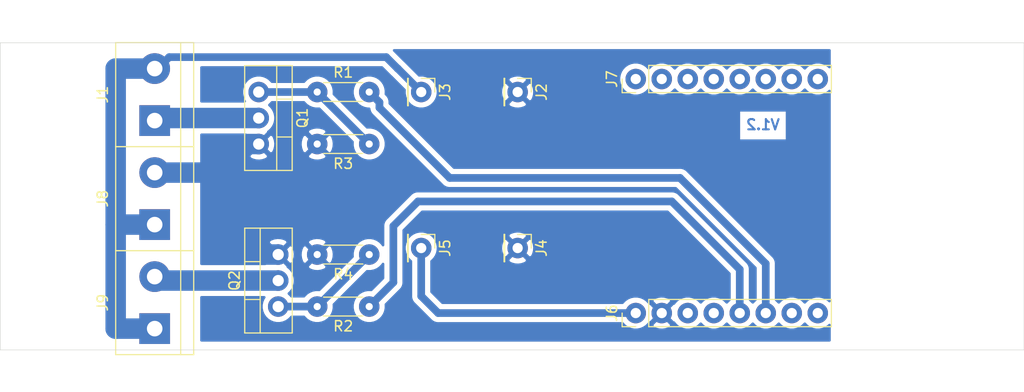
<source format=kicad_pcb>
(kicad_pcb (version 20171130) (host pcbnew "(5.0.2)-1")

  (general
    (thickness 1.6)
    (drawings 5)
    (tracks 42)
    (zones 0)
    (modules 15)
    (nets 10)
  )

  (page User 148.006 210.007)
  (layers
    (0 F.Cu signal)
    (31 B.Cu signal)
    (32 B.Adhes user)
    (33 F.Adhes user)
    (34 B.Paste user)
    (35 F.Paste user)
    (36 B.SilkS user)
    (37 F.SilkS user)
    (38 B.Mask user)
    (39 F.Mask user)
    (40 Dwgs.User user)
    (41 Cmts.User user)
    (42 Eco1.User user)
    (43 Eco2.User user)
    (44 Edge.Cuts user)
    (45 Margin user)
    (46 B.CrtYd user)
    (47 F.CrtYd user)
    (48 B.Fab user)
    (49 F.Fab user)
  )

  (setup
    (last_trace_width 0.25)
    (user_trace_width 0.5)
    (user_trace_width 0.75)
    (user_trace_width 1)
    (user_trace_width 1.5)
    (user_trace_width 2)
    (trace_clearance 0.5)
    (zone_clearance 0.508)
    (zone_45_only no)
    (trace_min 0.2)
    (segment_width 0.2)
    (edge_width 0.05)
    (via_size 0.8)
    (via_drill 0.4)
    (via_min_size 0.4)
    (via_min_drill 0.3)
    (uvia_size 0.3)
    (uvia_drill 0.1)
    (uvias_allowed no)
    (uvia_min_size 0.2)
    (uvia_min_drill 0.1)
    (pcb_text_width 0.3)
    (pcb_text_size 1.5 1.5)
    (mod_edge_width 0.12)
    (mod_text_size 1 1)
    (mod_text_width 0.15)
    (pad_size 2 2)
    (pad_drill 1.1)
    (pad_to_mask_clearance 0)
    (solder_mask_min_width 0.25)
    (aux_axis_origin 0 0)
    (visible_elements 7FFFFFFF)
    (pcbplotparams
      (layerselection 0x00000_fffffffe)
      (usegerberextensions false)
      (usegerberattributes true)
      (usegerberadvancedattributes true)
      (creategerberjobfile true)
      (excludeedgelayer false)
      (linewidth 0.100000)
      (plotframeref false)
      (viasonmask false)
      (mode 1)
      (useauxorigin false)
      (hpglpennumber 1)
      (hpglpenspeed 20)
      (hpglpendiameter 15.000000)
      (psnegative false)
      (psa4output false)
      (plotreference false)
      (plotvalue false)
      (plotinvisibletext false)
      (padsonsilk true)
      (subtractmaskfromsilk false)
      (outputformat 4)
      (mirror false)
      (drillshape 1)
      (scaleselection 1)
      (outputdirectory ""))
  )

  (net 0 "")
  (net 1 /gnd)
  (net 2 /12vdc)
  (net 3 /5vdc)
  (net 4 "Net-(Q1-Pad1)")
  (net 5 "Net-(Q2-Pad1)")
  (net 6 /d1)
  (net 7 /d2)
  (net 8 /led1)
  (net 9 /led2)

  (net_class Default "This is the default net class."
    (clearance 0.5)
    (trace_width 0.25)
    (via_dia 0.8)
    (via_drill 0.4)
    (uvia_dia 0.3)
    (uvia_drill 0.1)
    (add_net /12vdc)
    (add_net /5vdc)
    (add_net /d1)
    (add_net /d2)
    (add_net /gnd)
    (add_net /led1)
    (add_net /led2)
    (add_net "Net-(Q1-Pad1)")
    (add_net "Net-(Q2-Pad1)")
  )

  (module Connector_PinHeader_2.54mm:PinHeader_1x01_P2.54mm_Vertical (layer F.Cu) (tedit 5FFF407E) (tstamp 5FFF3485)
    (at 80.54 35.31 270)
    (descr "Through hole straight pin header, 1x01, 2.54mm pitch, single row")
    (tags "Through hole pin header THT 1x01 2.54mm single row")
    (path /600083E8)
    (fp_text reference J2 (at 0 -2.33 90) (layer F.SilkS)
      (effects (font (size 1 1) (thickness 0.15)))
    )
    (fp_text value Conn_01x01 (at 0 2.33 90) (layer F.Fab)
      (effects (font (size 1 1) (thickness 0.15)))
    )
    (fp_line (start 1.8 -1.8) (end -1.8 -1.8) (layer F.CrtYd) (width 0.05))
    (fp_line (start 1.8 1.8) (end 1.8 -1.8) (layer F.CrtYd) (width 0.05))
    (fp_line (start -1.8 1.8) (end 1.8 1.8) (layer F.CrtYd) (width 0.05))
    (fp_line (start -1.8 -1.8) (end -1.8 1.8) (layer F.CrtYd) (width 0.05))
    (fp_line (start -1.33 -1.33) (end 0 -1.33) (layer F.SilkS) (width 0.12))
    (fp_line (start -1.33 0) (end -1.33 -1.33) (layer F.SilkS) (width 0.12))
    (fp_line (start -1.33 1.27) (end 1.33 1.27) (layer F.SilkS) (width 0.12))
    (fp_line (start 1.33 1.27) (end 1.33 1.33) (layer F.SilkS) (width 0.12))
    (fp_line (start -1.33 1.27) (end -1.33 1.33) (layer F.SilkS) (width 0.12))
    (fp_line (start -1.33 1.33) (end 1.33 1.33) (layer F.SilkS) (width 0.12))
    (fp_line (start -1.27 -0.635) (end -0.635 -1.27) (layer F.Fab) (width 0.1))
    (fp_line (start -1.27 1.27) (end -1.27 -0.635) (layer F.Fab) (width 0.1))
    (fp_line (start 1.27 1.27) (end -1.27 1.27) (layer F.Fab) (width 0.1))
    (fp_line (start 1.27 -1.27) (end 1.27 1.27) (layer F.Fab) (width 0.1))
    (fp_line (start -0.635 -1.27) (end 1.27 -1.27) (layer F.Fab) (width 0.1))
    (fp_text user %R (at 0 0) (layer F.Fab)
      (effects (font (size 1 1) (thickness 0.15)))
    )
    (pad 1 thru_hole circle (at 0 0 270) (size 2 2) (drill 1) (layers *.Cu *.Mask)
      (net 1 /gnd))
    (model ${KISYS3DMOD}/Connector_PinHeader_2.54mm.3dshapes/PinHeader_1x01_P2.54mm_Vertical.wrl
      (at (xyz 0 0 0))
      (scale (xyz 1 1 1))
      (rotate (xyz 0 0 0))
    )
  )

  (module Connector_PinHeader_2.54mm:PinHeader_1x01_P2.54mm_Vertical (layer F.Cu) (tedit 5FFF3F48) (tstamp 5FFF349A)
    (at 71.12 35.31 270)
    (descr "Through hole straight pin header, 1x01, 2.54mm pitch, single row")
    (tags "Through hole pin header THT 1x01 2.54mm single row")
    (path /60008C9C)
    (fp_text reference J3 (at 0 -2.33 90) (layer F.SilkS)
      (effects (font (size 1 1) (thickness 0.15)))
    )
    (fp_text value Conn_01x01 (at 0 2.33 90) (layer F.Fab)
      (effects (font (size 1 1) (thickness 0.15)))
    )
    (fp_line (start 1.8 -1.8) (end -1.8 -1.8) (layer F.CrtYd) (width 0.05))
    (fp_line (start 1.8 1.8) (end 1.8 -1.8) (layer F.CrtYd) (width 0.05))
    (fp_line (start -1.8 1.8) (end 1.8 1.8) (layer F.CrtYd) (width 0.05))
    (fp_line (start -1.8 -1.8) (end -1.8 1.8) (layer F.CrtYd) (width 0.05))
    (fp_line (start -1.33 -1.33) (end 0 -1.33) (layer F.SilkS) (width 0.12))
    (fp_line (start -1.33 0) (end -1.33 -1.33) (layer F.SilkS) (width 0.12))
    (fp_line (start -1.33 1.27) (end 1.33 1.27) (layer F.SilkS) (width 0.12))
    (fp_line (start 1.33 1.27) (end 1.33 1.33) (layer F.SilkS) (width 0.12))
    (fp_line (start -1.33 1.27) (end -1.33 1.33) (layer F.SilkS) (width 0.12))
    (fp_line (start -1.33 1.33) (end 1.33 1.33) (layer F.SilkS) (width 0.12))
    (fp_line (start -1.27 -0.635) (end -0.635 -1.27) (layer F.Fab) (width 0.1))
    (fp_line (start -1.27 1.27) (end -1.27 -0.635) (layer F.Fab) (width 0.1))
    (fp_line (start 1.27 1.27) (end -1.27 1.27) (layer F.Fab) (width 0.1))
    (fp_line (start 1.27 -1.27) (end 1.27 1.27) (layer F.Fab) (width 0.1))
    (fp_line (start -0.635 -1.27) (end 1.27 -1.27) (layer F.Fab) (width 0.1))
    (fp_text user %R (at 0 0) (layer F.Fab)
      (effects (font (size 1 1) (thickness 0.15)))
    )
    (pad 1 thru_hole circle (at 0 0 270) (size 2 2) (drill 1) (layers *.Cu *.Mask)
      (net 2 /12vdc))
    (model ${KISYS3DMOD}/Connector_PinHeader_2.54mm.3dshapes/PinHeader_1x01_P2.54mm_Vertical.wrl
      (at (xyz 0 0 0))
      (scale (xyz 1 1 1))
      (rotate (xyz 0 0 0))
    )
  )

  (module Connector_PinHeader_2.54mm:PinHeader_1x01_P2.54mm_Vertical (layer F.Cu) (tedit 59FED5CC) (tstamp 5FFF34AF)
    (at 80.54 50.55 270)
    (descr "Through hole straight pin header, 1x01, 2.54mm pitch, single row")
    (tags "Through hole pin header THT 1x01 2.54mm single row")
    (path /60009069)
    (fp_text reference J4 (at 0 -2.33 90) (layer F.SilkS)
      (effects (font (size 1 1) (thickness 0.15)))
    )
    (fp_text value Conn_01x01 (at 0 2.33 90) (layer F.Fab)
      (effects (font (size 1 1) (thickness 0.15)))
    )
    (fp_line (start -0.635 -1.27) (end 1.27 -1.27) (layer F.Fab) (width 0.1))
    (fp_line (start 1.27 -1.27) (end 1.27 1.27) (layer F.Fab) (width 0.1))
    (fp_line (start 1.27 1.27) (end -1.27 1.27) (layer F.Fab) (width 0.1))
    (fp_line (start -1.27 1.27) (end -1.27 -0.635) (layer F.Fab) (width 0.1))
    (fp_line (start -1.27 -0.635) (end -0.635 -1.27) (layer F.Fab) (width 0.1))
    (fp_line (start -1.33 1.33) (end 1.33 1.33) (layer F.SilkS) (width 0.12))
    (fp_line (start -1.33 1.27) (end -1.33 1.33) (layer F.SilkS) (width 0.12))
    (fp_line (start 1.33 1.27) (end 1.33 1.33) (layer F.SilkS) (width 0.12))
    (fp_line (start -1.33 1.27) (end 1.33 1.27) (layer F.SilkS) (width 0.12))
    (fp_line (start -1.33 0) (end -1.33 -1.33) (layer F.SilkS) (width 0.12))
    (fp_line (start -1.33 -1.33) (end 0 -1.33) (layer F.SilkS) (width 0.12))
    (fp_line (start -1.8 -1.8) (end -1.8 1.8) (layer F.CrtYd) (width 0.05))
    (fp_line (start -1.8 1.8) (end 1.8 1.8) (layer F.CrtYd) (width 0.05))
    (fp_line (start 1.8 1.8) (end 1.8 -1.8) (layer F.CrtYd) (width 0.05))
    (fp_line (start 1.8 -1.8) (end -1.8 -1.8) (layer F.CrtYd) (width 0.05))
    (fp_text user %R (at 0 0) (layer F.Fab)
      (effects (font (size 1 1) (thickness 0.15)))
    )
    (pad 1 thru_hole circle (at 0 0 270) (size 2 2) (drill 1) (layers *.Cu *.Mask)
      (net 1 /gnd))
    (model ${KISYS3DMOD}/Connector_PinHeader_2.54mm.3dshapes/PinHeader_1x01_P2.54mm_Vertical.wrl
      (at (xyz 0 0 0))
      (scale (xyz 1 1 1))
      (rotate (xyz 0 0 0))
    )
  )

  (module Connector_PinHeader_2.54mm:PinHeader_1x01_P2.54mm_Vertical (layer F.Cu) (tedit 59FED5CC) (tstamp 5FFF34C4)
    (at 71.12 50.55 270)
    (descr "Through hole straight pin header, 1x01, 2.54mm pitch, single row")
    (tags "Through hole pin header THT 1x01 2.54mm single row")
    (path /60008E88)
    (fp_text reference J5 (at 0 -2.33 90) (layer F.SilkS)
      (effects (font (size 1 1) (thickness 0.15)))
    )
    (fp_text value Conn_01x01 (at 0 2.33 90) (layer F.Fab)
      (effects (font (size 1 1) (thickness 0.15)))
    )
    (fp_line (start -0.635 -1.27) (end 1.27 -1.27) (layer F.Fab) (width 0.1))
    (fp_line (start 1.27 -1.27) (end 1.27 1.27) (layer F.Fab) (width 0.1))
    (fp_line (start 1.27 1.27) (end -1.27 1.27) (layer F.Fab) (width 0.1))
    (fp_line (start -1.27 1.27) (end -1.27 -0.635) (layer F.Fab) (width 0.1))
    (fp_line (start -1.27 -0.635) (end -0.635 -1.27) (layer F.Fab) (width 0.1))
    (fp_line (start -1.33 1.33) (end 1.33 1.33) (layer F.SilkS) (width 0.12))
    (fp_line (start -1.33 1.27) (end -1.33 1.33) (layer F.SilkS) (width 0.12))
    (fp_line (start 1.33 1.27) (end 1.33 1.33) (layer F.SilkS) (width 0.12))
    (fp_line (start -1.33 1.27) (end 1.33 1.27) (layer F.SilkS) (width 0.12))
    (fp_line (start -1.33 0) (end -1.33 -1.33) (layer F.SilkS) (width 0.12))
    (fp_line (start -1.33 -1.33) (end 0 -1.33) (layer F.SilkS) (width 0.12))
    (fp_line (start -1.8 -1.8) (end -1.8 1.8) (layer F.CrtYd) (width 0.05))
    (fp_line (start -1.8 1.8) (end 1.8 1.8) (layer F.CrtYd) (width 0.05))
    (fp_line (start 1.8 1.8) (end 1.8 -1.8) (layer F.CrtYd) (width 0.05))
    (fp_line (start 1.8 -1.8) (end -1.8 -1.8) (layer F.CrtYd) (width 0.05))
    (fp_text user %R (at 0 0) (layer F.Fab)
      (effects (font (size 1 1) (thickness 0.15)))
    )
    (pad 1 thru_hole circle (at 0 0 270) (size 2 2) (drill 1) (layers *.Cu *.Mask)
      (net 3 /5vdc))
    (model ${KISYS3DMOD}/Connector_PinHeader_2.54mm.3dshapes/PinHeader_1x01_P2.54mm_Vertical.wrl
      (at (xyz 0 0 0))
      (scale (xyz 1 1 1))
      (rotate (xyz 0 0 0))
    )
  )

  (module Connector_PinHeader_2.54mm:PinHeader_1x08_P2.54mm_Vertical (layer F.Cu) (tedit 5FFF4047) (tstamp 5FFF34E0)
    (at 92.075 56.9 90)
    (descr "Through hole straight pin header, 1x08, 2.54mm pitch, single row")
    (tags "Through hole pin header THT 1x08 2.54mm single row")
    (path /5FFF99DA)
    (fp_text reference J6 (at 0 -2.33 90) (layer F.SilkS)
      (effects (font (size 1 1) (thickness 0.15)))
    )
    (fp_text value Conn_01x08_Female (at 0 20.11 90) (layer F.Fab)
      (effects (font (size 1 1) (thickness 0.15)))
    )
    (fp_line (start 1.8 -1.8) (end -1.8 -1.8) (layer F.CrtYd) (width 0.05))
    (fp_line (start 1.8 19.55) (end 1.8 -1.8) (layer F.CrtYd) (width 0.05))
    (fp_line (start -1.8 19.55) (end 1.8 19.55) (layer F.CrtYd) (width 0.05))
    (fp_line (start -1.8 -1.8) (end -1.8 19.55) (layer F.CrtYd) (width 0.05))
    (fp_line (start -1.33 -1.33) (end 0 -1.33) (layer F.SilkS) (width 0.12))
    (fp_line (start -1.33 0) (end -1.33 -1.33) (layer F.SilkS) (width 0.12))
    (fp_line (start -1.33 1.27) (end 1.33 1.27) (layer F.SilkS) (width 0.12))
    (fp_line (start 1.33 1.27) (end 1.33 19.11) (layer F.SilkS) (width 0.12))
    (fp_line (start -1.33 1.27) (end -1.33 19.11) (layer F.SilkS) (width 0.12))
    (fp_line (start -1.33 19.11) (end 1.33 19.11) (layer F.SilkS) (width 0.12))
    (fp_line (start -1.27 -0.635) (end -0.635 -1.27) (layer F.Fab) (width 0.1))
    (fp_line (start -1.27 19.05) (end -1.27 -0.635) (layer F.Fab) (width 0.1))
    (fp_line (start 1.27 19.05) (end -1.27 19.05) (layer F.Fab) (width 0.1))
    (fp_line (start 1.27 -1.27) (end 1.27 19.05) (layer F.Fab) (width 0.1))
    (fp_line (start -0.635 -1.27) (end 1.27 -1.27) (layer F.Fab) (width 0.1))
    (fp_text user %R (at 0 8.89) (layer F.Fab)
      (effects (font (size 1 1) (thickness 0.15)))
    )
    (pad 8 thru_hole circle (at 0 17.78 90) (size 2 2) (drill 1) (layers *.Cu *.Mask))
    (pad 7 thru_hole circle (at 0 15.24 90) (size 2 2) (drill 1) (layers *.Cu *.Mask))
    (pad 6 thru_hole circle (at 0 12.7 90) (size 2 2) (drill 1) (layers *.Cu *.Mask)
      (net 7 /d2))
    (pad 5 thru_hole circle (at 0 10.16 90) (size 2 2) (drill 1) (layers *.Cu *.Mask)
      (net 6 /d1))
    (pad 4 thru_hole circle (at 0 7.62 90) (size 2 2) (drill 1) (layers *.Cu *.Mask))
    (pad 3 thru_hole circle (at 0 5.08 90) (size 2 2) (drill 1) (layers *.Cu *.Mask))
    (pad 2 thru_hole circle (at 0 2.54 90) (size 2 2) (drill 1) (layers *.Cu *.Mask)
      (net 1 /gnd))
    (pad 1 thru_hole circle (at 0 0 90) (size 2 2) (drill 1) (layers *.Cu *.Mask)
      (net 3 /5vdc))
    (model ${KISYS3DMOD}/Connector_PinHeader_2.54mm.3dshapes/PinHeader_1x08_P2.54mm_Vertical.wrl
      (at (xyz 0 0 0))
      (scale (xyz 1 1 1))
      (rotate (xyz 0 0 0))
    )
  )

  (module Connector_PinHeader_2.54mm:PinHeader_1x08_P2.54mm_Vertical (layer F.Cu) (tedit 5FFF403E) (tstamp 5FFF34FC)
    (at 92.075 34.04 90)
    (descr "Through hole straight pin header, 1x08, 2.54mm pitch, single row")
    (tags "Through hole pin header THT 1x08 2.54mm single row")
    (path /5FFF8014)
    (fp_text reference J7 (at 0 -2.33 90) (layer F.SilkS)
      (effects (font (size 1 1) (thickness 0.15)))
    )
    (fp_text value Conn_01x08_Female (at 0 20.11 90) (layer F.Fab)
      (effects (font (size 1 1) (thickness 0.15)))
    )
    (fp_line (start -0.635 -1.27) (end 1.27 -1.27) (layer F.Fab) (width 0.1))
    (fp_line (start 1.27 -1.27) (end 1.27 19.05) (layer F.Fab) (width 0.1))
    (fp_line (start 1.27 19.05) (end -1.27 19.05) (layer F.Fab) (width 0.1))
    (fp_line (start -1.27 19.05) (end -1.27 -0.635) (layer F.Fab) (width 0.1))
    (fp_line (start -1.27 -0.635) (end -0.635 -1.27) (layer F.Fab) (width 0.1))
    (fp_line (start -1.33 19.11) (end 1.33 19.11) (layer F.SilkS) (width 0.12))
    (fp_line (start -1.33 1.27) (end -1.33 19.11) (layer F.SilkS) (width 0.12))
    (fp_line (start 1.33 1.27) (end 1.33 19.11) (layer F.SilkS) (width 0.12))
    (fp_line (start -1.33 1.27) (end 1.33 1.27) (layer F.SilkS) (width 0.12))
    (fp_line (start -1.33 0) (end -1.33 -1.33) (layer F.SilkS) (width 0.12))
    (fp_line (start -1.33 -1.33) (end 0 -1.33) (layer F.SilkS) (width 0.12))
    (fp_line (start -1.8 -1.8) (end -1.8 19.55) (layer F.CrtYd) (width 0.05))
    (fp_line (start -1.8 19.55) (end 1.8 19.55) (layer F.CrtYd) (width 0.05))
    (fp_line (start 1.8 19.55) (end 1.8 -1.8) (layer F.CrtYd) (width 0.05))
    (fp_line (start 1.8 -1.8) (end -1.8 -1.8) (layer F.CrtYd) (width 0.05))
    (fp_text user %R (at 0 8.89) (layer F.Fab)
      (effects (font (size 1 1) (thickness 0.15)))
    )
    (pad 1 thru_hole circle (at 0 0 90) (size 2 2) (drill 1) (layers *.Cu *.Mask))
    (pad 2 thru_hole circle (at 0 2.54 90) (size 2 2) (drill 1) (layers *.Cu *.Mask))
    (pad 3 thru_hole circle (at 0 5.08 90) (size 2 2) (drill 1) (layers *.Cu *.Mask))
    (pad 4 thru_hole circle (at 0 7.62 90) (size 2 2) (drill 1) (layers *.Cu *.Mask))
    (pad 5 thru_hole circle (at 0 10.16 90) (size 2 2) (drill 1) (layers *.Cu *.Mask))
    (pad 6 thru_hole circle (at 0 12.7 90) (size 2 2) (drill 1) (layers *.Cu *.Mask))
    (pad 7 thru_hole circle (at 0 15.24 90) (size 2 2) (drill 1) (layers *.Cu *.Mask))
    (pad 8 thru_hole circle (at 0 17.78 90) (size 2 2) (drill 1) (layers *.Cu *.Mask))
    (model ${KISYS3DMOD}/Connector_PinHeader_2.54mm.3dshapes/PinHeader_1x08_P2.54mm_Vertical.wrl
      (at (xyz 0 0 0))
      (scale (xyz 1 1 1))
      (rotate (xyz 0 0 0))
    )
  )

  (module Package_TO_SOT_THT:TO-220-3_Vertical (layer F.Cu) (tedit 5FFF408D) (tstamp 5FFF3540)
    (at 55.245 35.31 270)
    (descr "TO-220-3, Vertical, RM 2.54mm, see https://www.vishay.com/docs/66542/to-220-1.pdf")
    (tags "TO-220-3 Vertical RM 2.54mm")
    (path /5FFF5E64)
    (fp_text reference Q1 (at 2.54 -4.27 90) (layer F.SilkS)
      (effects (font (size 1 1) (thickness 0.15)))
    )
    (fp_text value IRLZ44N (at 2.54 2.5 90) (layer F.Fab)
      (effects (font (size 1 1) (thickness 0.15)))
    )
    (fp_line (start -2.46 -3.15) (end -2.46 1.25) (layer F.Fab) (width 0.1))
    (fp_line (start -2.46 1.25) (end 7.54 1.25) (layer F.Fab) (width 0.1))
    (fp_line (start 7.54 1.25) (end 7.54 -3.15) (layer F.Fab) (width 0.1))
    (fp_line (start 7.54 -3.15) (end -2.46 -3.15) (layer F.Fab) (width 0.1))
    (fp_line (start -2.46 -1.88) (end 7.54 -1.88) (layer F.Fab) (width 0.1))
    (fp_line (start 0.69 -3.15) (end 0.69 -1.88) (layer F.Fab) (width 0.1))
    (fp_line (start 4.39 -3.15) (end 4.39 -1.88) (layer F.Fab) (width 0.1))
    (fp_line (start -2.58 -3.27) (end 7.66 -3.27) (layer F.SilkS) (width 0.12))
    (fp_line (start -2.58 1.371) (end 7.66 1.371) (layer F.SilkS) (width 0.12))
    (fp_line (start -2.58 -3.27) (end -2.58 1.371) (layer F.SilkS) (width 0.12))
    (fp_line (start 7.66 -3.27) (end 7.66 1.371) (layer F.SilkS) (width 0.12))
    (fp_line (start -2.58 -1.76) (end 7.66 -1.76) (layer F.SilkS) (width 0.12))
    (fp_line (start 0.69 -3.27) (end 0.69 -1.76) (layer F.SilkS) (width 0.12))
    (fp_line (start 4.391 -3.27) (end 4.391 -1.76) (layer F.SilkS) (width 0.12))
    (fp_line (start -2.71 -3.4) (end -2.71 1.51) (layer F.CrtYd) (width 0.05))
    (fp_line (start -2.71 1.51) (end 7.79 1.51) (layer F.CrtYd) (width 0.05))
    (fp_line (start 7.79 1.51) (end 7.79 -3.4) (layer F.CrtYd) (width 0.05))
    (fp_line (start 7.79 -3.4) (end -2.71 -3.4) (layer F.CrtYd) (width 0.05))
    (fp_text user %R (at 2.54 -4.27 90) (layer F.Fab)
      (effects (font (size 1 1) (thickness 0.15)))
    )
    (pad 1 thru_hole circle (at 0 0 270) (size 2 2) (drill 1.1) (layers *.Cu *.Mask)
      (net 4 "Net-(Q1-Pad1)"))
    (pad 2 thru_hole circle (at 2.54 0 270) (size 2 2) (drill 1.1) (layers *.Cu *.Mask)
      (net 8 /led1))
    (pad 3 thru_hole circle (at 5.08 0 270) (size 2 2) (drill 1.1) (layers *.Cu *.Mask)
      (net 1 /gnd))
    (model ${KISYS3DMOD}/Package_TO_SOT_THT.3dshapes/TO-220-3_Vertical.wrl
      (at (xyz 0 0 0))
      (scale (xyz 1 1 1))
      (rotate (xyz 0 0 0))
    )
  )

  (module Package_TO_SOT_THT:TO-220-3_Vertical (layer F.Cu) (tedit 5AC8BA0D) (tstamp 5FFF355A)
    (at 57.15 56.265 90)
    (descr "TO-220-3, Vertical, RM 2.54mm, see https://www.vishay.com/docs/66542/to-220-1.pdf")
    (tags "TO-220-3 Vertical RM 2.54mm")
    (path /5FFF657F)
    (fp_text reference Q2 (at 2.54 -4.27 90) (layer F.SilkS)
      (effects (font (size 1 1) (thickness 0.15)))
    )
    (fp_text value IRLZ44N (at 2.54 2.5 90) (layer F.Fab)
      (effects (font (size 1 1) (thickness 0.15)))
    )
    (fp_line (start 7.79 -3.4) (end -2.71 -3.4) (layer F.CrtYd) (width 0.05))
    (fp_line (start 7.79 1.51) (end 7.79 -3.4) (layer F.CrtYd) (width 0.05))
    (fp_line (start -2.71 1.51) (end 7.79 1.51) (layer F.CrtYd) (width 0.05))
    (fp_line (start -2.71 -3.4) (end -2.71 1.51) (layer F.CrtYd) (width 0.05))
    (fp_line (start 4.391 -3.27) (end 4.391 -1.76) (layer F.SilkS) (width 0.12))
    (fp_line (start 0.69 -3.27) (end 0.69 -1.76) (layer F.SilkS) (width 0.12))
    (fp_line (start -2.58 -1.76) (end 7.66 -1.76) (layer F.SilkS) (width 0.12))
    (fp_line (start 7.66 -3.27) (end 7.66 1.371) (layer F.SilkS) (width 0.12))
    (fp_line (start -2.58 -3.27) (end -2.58 1.371) (layer F.SilkS) (width 0.12))
    (fp_line (start -2.58 1.371) (end 7.66 1.371) (layer F.SilkS) (width 0.12))
    (fp_line (start -2.58 -3.27) (end 7.66 -3.27) (layer F.SilkS) (width 0.12))
    (fp_line (start 4.39 -3.15) (end 4.39 -1.88) (layer F.Fab) (width 0.1))
    (fp_line (start 0.69 -3.15) (end 0.69 -1.88) (layer F.Fab) (width 0.1))
    (fp_line (start -2.46 -1.88) (end 7.54 -1.88) (layer F.Fab) (width 0.1))
    (fp_line (start 7.54 -3.15) (end -2.46 -3.15) (layer F.Fab) (width 0.1))
    (fp_line (start 7.54 1.25) (end 7.54 -3.15) (layer F.Fab) (width 0.1))
    (fp_line (start -2.46 1.25) (end 7.54 1.25) (layer F.Fab) (width 0.1))
    (fp_line (start -2.46 -3.15) (end -2.46 1.25) (layer F.Fab) (width 0.1))
    (fp_text user %R (at 2.54 -4.27 90) (layer F.Fab)
      (effects (font (size 1 1) (thickness 0.15)))
    )
    (pad 3 thru_hole circle (at 5.08 0 90) (size 2 2) (drill 1.1) (layers *.Cu *.Mask)
      (net 1 /gnd))
    (pad 2 thru_hole circle (at 2.54 0 90) (size 2 2) (drill 1.1) (layers *.Cu *.Mask)
      (net 9 /led2))
    (pad 1 thru_hole circle (at 0 0 90) (size 2 2) (drill 1.1) (layers *.Cu *.Mask)
      (net 5 "Net-(Q2-Pad1)"))
    (model ${KISYS3DMOD}/Package_TO_SOT_THT.3dshapes/TO-220-3_Vertical.wrl
      (at (xyz 0 0 0))
      (scale (xyz 1 1 1))
      (rotate (xyz 0 0 0))
    )
  )

  (module Resistor_THT:R_Axial_DIN0204_L3.6mm_D1.6mm_P5.08mm_Horizontal (layer F.Cu) (tedit 5FFF406A) (tstamp 5FFF356D)
    (at 60.96 35.31)
    (descr "Resistor, Axial_DIN0204 series, Axial, Horizontal, pin pitch=5.08mm, 0.167W, length*diameter=3.6*1.6mm^2, http://cdn-reichelt.de/documents/datenblatt/B400/1_4W%23YAG.pdf")
    (tags "Resistor Axial_DIN0204 series Axial Horizontal pin pitch 5.08mm 0.167W length 3.6mm diameter 1.6mm")
    (path /5FFF73E1)
    (fp_text reference R1 (at 2.54 -1.92) (layer F.SilkS)
      (effects (font (size 1 1) (thickness 0.15)))
    )
    (fp_text value 100 (at 2.54 1.92) (layer F.Fab)
      (effects (font (size 1 1) (thickness 0.15)))
    )
    (fp_line (start 6.03 -1.05) (end -0.95 -1.05) (layer F.CrtYd) (width 0.05))
    (fp_line (start 6.03 1.05) (end 6.03 -1.05) (layer F.CrtYd) (width 0.05))
    (fp_line (start -0.95 1.05) (end 6.03 1.05) (layer F.CrtYd) (width 0.05))
    (fp_line (start -0.95 -1.05) (end -0.95 1.05) (layer F.CrtYd) (width 0.05))
    (fp_line (start 0.62 0.92) (end 4.46 0.92) (layer F.SilkS) (width 0.12))
    (fp_line (start 0.62 -0.92) (end 4.46 -0.92) (layer F.SilkS) (width 0.12))
    (fp_line (start 5.08 0) (end 4.34 0) (layer F.Fab) (width 0.1))
    (fp_line (start 0 0) (end 0.74 0) (layer F.Fab) (width 0.1))
    (fp_line (start 4.34 -0.8) (end 0.74 -0.8) (layer F.Fab) (width 0.1))
    (fp_line (start 4.34 0.8) (end 4.34 -0.8) (layer F.Fab) (width 0.1))
    (fp_line (start 0.74 0.8) (end 4.34 0.8) (layer F.Fab) (width 0.1))
    (fp_line (start 0.74 -0.8) (end 0.74 0.8) (layer F.Fab) (width 0.1))
    (fp_text user %R (at 2.54 0) (layer F.Fab)
      (effects (font (size 0.72 0.72) (thickness 0.108)))
    )
    (pad 2 thru_hole circle (at 5.08 0) (size 2 2) (drill 0.7) (layers *.Cu *.Mask)
      (net 7 /d2))
    (pad 1 thru_hole circle (at 0 0) (size 2 2) (drill 0.7) (layers *.Cu *.Mask)
      (net 4 "Net-(Q1-Pad1)"))
    (model ${KISYS3DMOD}/Resistor_THT.3dshapes/R_Axial_DIN0204_L3.6mm_D1.6mm_P5.08mm_Horizontal.wrl
      (at (xyz 0 0 0))
      (scale (xyz 1 1 1))
      (rotate (xyz 0 0 0))
    )
  )

  (module Resistor_THT:R_Axial_DIN0204_L3.6mm_D1.6mm_P5.08mm_Horizontal (layer F.Cu) (tedit 5AE5139B) (tstamp 5FFF3580)
    (at 66.04 56.265 180)
    (descr "Resistor, Axial_DIN0204 series, Axial, Horizontal, pin pitch=5.08mm, 0.167W, length*diameter=3.6*1.6mm^2, http://cdn-reichelt.de/documents/datenblatt/B400/1_4W%23YAG.pdf")
    (tags "Resistor Axial_DIN0204 series Axial Horizontal pin pitch 5.08mm 0.167W length 3.6mm diameter 1.6mm")
    (path /5FFF7B26)
    (fp_text reference R2 (at 2.54 -1.92) (layer F.SilkS)
      (effects (font (size 1 1) (thickness 0.15)))
    )
    (fp_text value 100 (at 2.54 1.92) (layer F.Fab)
      (effects (font (size 1 1) (thickness 0.15)))
    )
    (fp_line (start 6.03 -1.05) (end -0.95 -1.05) (layer F.CrtYd) (width 0.05))
    (fp_line (start 6.03 1.05) (end 6.03 -1.05) (layer F.CrtYd) (width 0.05))
    (fp_line (start -0.95 1.05) (end 6.03 1.05) (layer F.CrtYd) (width 0.05))
    (fp_line (start -0.95 -1.05) (end -0.95 1.05) (layer F.CrtYd) (width 0.05))
    (fp_line (start 0.62 0.92) (end 4.46 0.92) (layer F.SilkS) (width 0.12))
    (fp_line (start 0.62 -0.92) (end 4.46 -0.92) (layer F.SilkS) (width 0.12))
    (fp_line (start 5.08 0) (end 4.34 0) (layer F.Fab) (width 0.1))
    (fp_line (start 0 0) (end 0.74 0) (layer F.Fab) (width 0.1))
    (fp_line (start 4.34 -0.8) (end 0.74 -0.8) (layer F.Fab) (width 0.1))
    (fp_line (start 4.34 0.8) (end 4.34 -0.8) (layer F.Fab) (width 0.1))
    (fp_line (start 0.74 0.8) (end 4.34 0.8) (layer F.Fab) (width 0.1))
    (fp_line (start 0.74 -0.8) (end 0.74 0.8) (layer F.Fab) (width 0.1))
    (fp_text user %R (at 2.54 0) (layer F.Fab)
      (effects (font (size 0.72 0.72) (thickness 0.108)))
    )
    (pad 2 thru_hole circle (at 5.08 0 180) (size 2 2) (drill 0.7) (layers *.Cu *.Mask)
      (net 5 "Net-(Q2-Pad1)"))
    (pad 1 thru_hole circle (at 0 0 180) (size 2 2) (drill 0.7) (layers *.Cu *.Mask)
      (net 6 /d1))
    (model ${KISYS3DMOD}/Resistor_THT.3dshapes/R_Axial_DIN0204_L3.6mm_D1.6mm_P5.08mm_Horizontal.wrl
      (at (xyz 0 0 0))
      (scale (xyz 1 1 1))
      (rotate (xyz 0 0 0))
    )
  )

  (module Resistor_THT:R_Axial_DIN0204_L3.6mm_D1.6mm_P5.08mm_Horizontal (layer F.Cu) (tedit 5AE5139B) (tstamp 5FFF3593)
    (at 66.04 40.39 180)
    (descr "Resistor, Axial_DIN0204 series, Axial, Horizontal, pin pitch=5.08mm, 0.167W, length*diameter=3.6*1.6mm^2, http://cdn-reichelt.de/documents/datenblatt/B400/1_4W%23YAG.pdf")
    (tags "Resistor Axial_DIN0204 series Axial Horizontal pin pitch 5.08mm 0.167W length 3.6mm diameter 1.6mm")
    (path /5FFF6C12)
    (fp_text reference R3 (at 2.54 -1.92) (layer F.SilkS)
      (effects (font (size 1 1) (thickness 0.15)))
    )
    (fp_text value 10k (at 2.54 1.92) (layer F.Fab)
      (effects (font (size 1 1) (thickness 0.15)))
    )
    (fp_line (start 0.74 -0.8) (end 0.74 0.8) (layer F.Fab) (width 0.1))
    (fp_line (start 0.74 0.8) (end 4.34 0.8) (layer F.Fab) (width 0.1))
    (fp_line (start 4.34 0.8) (end 4.34 -0.8) (layer F.Fab) (width 0.1))
    (fp_line (start 4.34 -0.8) (end 0.74 -0.8) (layer F.Fab) (width 0.1))
    (fp_line (start 0 0) (end 0.74 0) (layer F.Fab) (width 0.1))
    (fp_line (start 5.08 0) (end 4.34 0) (layer F.Fab) (width 0.1))
    (fp_line (start 0.62 -0.92) (end 4.46 -0.92) (layer F.SilkS) (width 0.12))
    (fp_line (start 0.62 0.92) (end 4.46 0.92) (layer F.SilkS) (width 0.12))
    (fp_line (start -0.95 -1.05) (end -0.95 1.05) (layer F.CrtYd) (width 0.05))
    (fp_line (start -0.95 1.05) (end 6.03 1.05) (layer F.CrtYd) (width 0.05))
    (fp_line (start 6.03 1.05) (end 6.03 -1.05) (layer F.CrtYd) (width 0.05))
    (fp_line (start 6.03 -1.05) (end -0.95 -1.05) (layer F.CrtYd) (width 0.05))
    (fp_text user %R (at 2.54 0) (layer F.Fab)
      (effects (font (size 0.72 0.72) (thickness 0.108)))
    )
    (pad 1 thru_hole circle (at 0 0 180) (size 2 2) (drill 0.7) (layers *.Cu *.Mask)
      (net 4 "Net-(Q1-Pad1)"))
    (pad 2 thru_hole circle (at 5.08 0 180) (size 2 2) (drill 0.7) (layers *.Cu *.Mask)
      (net 1 /gnd))
    (model ${KISYS3DMOD}/Resistor_THT.3dshapes/R_Axial_DIN0204_L3.6mm_D1.6mm_P5.08mm_Horizontal.wrl
      (at (xyz 0 0 0))
      (scale (xyz 1 1 1))
      (rotate (xyz 0 0 0))
    )
  )

  (module Resistor_THT:R_Axial_DIN0204_L3.6mm_D1.6mm_P5.08mm_Horizontal (layer F.Cu) (tedit 5AE5139B) (tstamp 5FFF35A6)
    (at 66.04 51.185 180)
    (descr "Resistor, Axial_DIN0204 series, Axial, Horizontal, pin pitch=5.08mm, 0.167W, length*diameter=3.6*1.6mm^2, http://cdn-reichelt.de/documents/datenblatt/B400/1_4W%23YAG.pdf")
    (tags "Resistor Axial_DIN0204 series Axial Horizontal pin pitch 5.08mm 0.167W length 3.6mm diameter 1.6mm")
    (path /5FFF760A)
    (fp_text reference R4 (at 2.54 -1.92) (layer F.SilkS)
      (effects (font (size 1 1) (thickness 0.15)))
    )
    (fp_text value 10k (at 2.54 1.92) (layer F.Fab)
      (effects (font (size 1 1) (thickness 0.15)))
    )
    (fp_line (start 0.74 -0.8) (end 0.74 0.8) (layer F.Fab) (width 0.1))
    (fp_line (start 0.74 0.8) (end 4.34 0.8) (layer F.Fab) (width 0.1))
    (fp_line (start 4.34 0.8) (end 4.34 -0.8) (layer F.Fab) (width 0.1))
    (fp_line (start 4.34 -0.8) (end 0.74 -0.8) (layer F.Fab) (width 0.1))
    (fp_line (start 0 0) (end 0.74 0) (layer F.Fab) (width 0.1))
    (fp_line (start 5.08 0) (end 4.34 0) (layer F.Fab) (width 0.1))
    (fp_line (start 0.62 -0.92) (end 4.46 -0.92) (layer F.SilkS) (width 0.12))
    (fp_line (start 0.62 0.92) (end 4.46 0.92) (layer F.SilkS) (width 0.12))
    (fp_line (start -0.95 -1.05) (end -0.95 1.05) (layer F.CrtYd) (width 0.05))
    (fp_line (start -0.95 1.05) (end 6.03 1.05) (layer F.CrtYd) (width 0.05))
    (fp_line (start 6.03 1.05) (end 6.03 -1.05) (layer F.CrtYd) (width 0.05))
    (fp_line (start 6.03 -1.05) (end -0.95 -1.05) (layer F.CrtYd) (width 0.05))
    (fp_text user %R (at 2.54 0) (layer F.Fab)
      (effects (font (size 0.72 0.72) (thickness 0.108)))
    )
    (pad 1 thru_hole circle (at 0 0 180) (size 2 2) (drill 0.7) (layers *.Cu *.Mask)
      (net 5 "Net-(Q2-Pad1)"))
    (pad 2 thru_hole circle (at 5.08 0 180) (size 2 2) (drill 0.7) (layers *.Cu *.Mask)
      (net 1 /gnd))
    (model ${KISYS3DMOD}/Resistor_THT.3dshapes/R_Axial_DIN0204_L3.6mm_D1.6mm_P5.08mm_Horizontal.wrl
      (at (xyz 0 0 0))
      (scale (xyz 1 1 1))
      (rotate (xyz 0 0 0))
    )
  )

  (module TerminalBlock:TerminalBlock_bornier-2_P5.08mm (layer F.Cu) (tedit 59FF03AB) (tstamp 601435B9)
    (at 45.085 38.1 90)
    (descr "simple 2-pin terminal block, pitch 5.08mm, revamped version of bornier2")
    (tags "terminal block bornier2")
    (path /6014457F)
    (fp_text reference J1 (at 2.54 -5.08 90) (layer F.SilkS)
      (effects (font (size 1 1) (thickness 0.15)))
    )
    (fp_text value Screw_Terminal_01x02 (at 2.54 5.08 90) (layer F.Fab)
      (effects (font (size 1 1) (thickness 0.15)))
    )
    (fp_line (start 7.79 4) (end -2.71 4) (layer F.CrtYd) (width 0.05))
    (fp_line (start 7.79 4) (end 7.79 -4) (layer F.CrtYd) (width 0.05))
    (fp_line (start -2.71 -4) (end -2.71 4) (layer F.CrtYd) (width 0.05))
    (fp_line (start -2.71 -4) (end 7.79 -4) (layer F.CrtYd) (width 0.05))
    (fp_line (start -2.54 3.81) (end 7.62 3.81) (layer F.SilkS) (width 0.12))
    (fp_line (start -2.54 -3.81) (end -2.54 3.81) (layer F.SilkS) (width 0.12))
    (fp_line (start 7.62 -3.81) (end -2.54 -3.81) (layer F.SilkS) (width 0.12))
    (fp_line (start 7.62 3.81) (end 7.62 -3.81) (layer F.SilkS) (width 0.12))
    (fp_line (start 7.62 2.54) (end -2.54 2.54) (layer F.SilkS) (width 0.12))
    (fp_line (start 7.54 -3.75) (end -2.46 -3.75) (layer F.Fab) (width 0.1))
    (fp_line (start 7.54 3.75) (end 7.54 -3.75) (layer F.Fab) (width 0.1))
    (fp_line (start -2.46 3.75) (end 7.54 3.75) (layer F.Fab) (width 0.1))
    (fp_line (start -2.46 -3.75) (end -2.46 3.75) (layer F.Fab) (width 0.1))
    (fp_line (start -2.41 2.55) (end 7.49 2.55) (layer F.Fab) (width 0.1))
    (fp_text user %R (at 2.54 0 90) (layer F.Fab)
      (effects (font (size 1 1) (thickness 0.15)))
    )
    (pad 1 thru_hole rect (at 0 0 90) (size 3 3) (drill 1.52) (layers *.Cu *.Mask)
      (net 8 /led1))
    (pad 2 thru_hole circle (at 5.08 0 90) (size 3 3) (drill 1.52) (layers *.Cu *.Mask)
      (net 2 /12vdc))
    (model ${KISYS3DMOD}/TerminalBlock.3dshapes/TerminalBlock_bornier-2_P5.08mm.wrl
      (offset (xyz 2.539999961853027 0 0))
      (scale (xyz 1 1 1))
      (rotate (xyz 0 0 0))
    )
  )

  (module TerminalBlock:TerminalBlock_bornier-2_P5.08mm (layer F.Cu) (tedit 59FF03AB) (tstamp 601435CE)
    (at 45.085 48.26 90)
    (descr "simple 2-pin terminal block, pitch 5.08mm, revamped version of bornier2")
    (tags "terminal block bornier2")
    (path /60146C04)
    (fp_text reference J8 (at 2.54 -5.08 90) (layer F.SilkS)
      (effects (font (size 1 1) (thickness 0.15)))
    )
    (fp_text value Screw_Terminal_01x02 (at 2.54 5.08 90) (layer F.Fab)
      (effects (font (size 1 1) (thickness 0.15)))
    )
    (fp_text user %R (at 2.54 0 90) (layer F.Fab)
      (effects (font (size 1 1) (thickness 0.15)))
    )
    (fp_line (start -2.41 2.55) (end 7.49 2.55) (layer F.Fab) (width 0.1))
    (fp_line (start -2.46 -3.75) (end -2.46 3.75) (layer F.Fab) (width 0.1))
    (fp_line (start -2.46 3.75) (end 7.54 3.75) (layer F.Fab) (width 0.1))
    (fp_line (start 7.54 3.75) (end 7.54 -3.75) (layer F.Fab) (width 0.1))
    (fp_line (start 7.54 -3.75) (end -2.46 -3.75) (layer F.Fab) (width 0.1))
    (fp_line (start 7.62 2.54) (end -2.54 2.54) (layer F.SilkS) (width 0.12))
    (fp_line (start 7.62 3.81) (end 7.62 -3.81) (layer F.SilkS) (width 0.12))
    (fp_line (start 7.62 -3.81) (end -2.54 -3.81) (layer F.SilkS) (width 0.12))
    (fp_line (start -2.54 -3.81) (end -2.54 3.81) (layer F.SilkS) (width 0.12))
    (fp_line (start -2.54 3.81) (end 7.62 3.81) (layer F.SilkS) (width 0.12))
    (fp_line (start -2.71 -4) (end 7.79 -4) (layer F.CrtYd) (width 0.05))
    (fp_line (start -2.71 -4) (end -2.71 4) (layer F.CrtYd) (width 0.05))
    (fp_line (start 7.79 4) (end 7.79 -4) (layer F.CrtYd) (width 0.05))
    (fp_line (start 7.79 4) (end -2.71 4) (layer F.CrtYd) (width 0.05))
    (pad 2 thru_hole circle (at 5.08 0 90) (size 3 3) (drill 1.52) (layers *.Cu *.Mask)
      (net 1 /gnd))
    (pad 1 thru_hole rect (at 0 0 90) (size 3 3) (drill 1.52) (layers *.Cu *.Mask)
      (net 2 /12vdc))
    (model ${KISYS3DMOD}/TerminalBlock.3dshapes/TerminalBlock_bornier-2_P5.08mm.wrl
      (offset (xyz 2.539999961853027 0 0))
      (scale (xyz 1 1 1))
      (rotate (xyz 0 0 0))
    )
  )

  (module TerminalBlock:TerminalBlock_bornier-2_P5.08mm (layer F.Cu) (tedit 59FF03AB) (tstamp 601435E3)
    (at 45.085 58.42 90)
    (descr "simple 2-pin terminal block, pitch 5.08mm, revamped version of bornier2")
    (tags "terminal block bornier2")
    (path /601470D2)
    (fp_text reference J9 (at 2.54 -5.08 90) (layer F.SilkS)
      (effects (font (size 1 1) (thickness 0.15)))
    )
    (fp_text value Screw_Terminal_01x02 (at 2.54 5.08 90) (layer F.Fab)
      (effects (font (size 1 1) (thickness 0.15)))
    )
    (fp_line (start 7.79 4) (end -2.71 4) (layer F.CrtYd) (width 0.05))
    (fp_line (start 7.79 4) (end 7.79 -4) (layer F.CrtYd) (width 0.05))
    (fp_line (start -2.71 -4) (end -2.71 4) (layer F.CrtYd) (width 0.05))
    (fp_line (start -2.71 -4) (end 7.79 -4) (layer F.CrtYd) (width 0.05))
    (fp_line (start -2.54 3.81) (end 7.62 3.81) (layer F.SilkS) (width 0.12))
    (fp_line (start -2.54 -3.81) (end -2.54 3.81) (layer F.SilkS) (width 0.12))
    (fp_line (start 7.62 -3.81) (end -2.54 -3.81) (layer F.SilkS) (width 0.12))
    (fp_line (start 7.62 3.81) (end 7.62 -3.81) (layer F.SilkS) (width 0.12))
    (fp_line (start 7.62 2.54) (end -2.54 2.54) (layer F.SilkS) (width 0.12))
    (fp_line (start 7.54 -3.75) (end -2.46 -3.75) (layer F.Fab) (width 0.1))
    (fp_line (start 7.54 3.75) (end 7.54 -3.75) (layer F.Fab) (width 0.1))
    (fp_line (start -2.46 3.75) (end 7.54 3.75) (layer F.Fab) (width 0.1))
    (fp_line (start -2.46 -3.75) (end -2.46 3.75) (layer F.Fab) (width 0.1))
    (fp_line (start -2.41 2.55) (end 7.49 2.55) (layer F.Fab) (width 0.1))
    (fp_text user %R (at 2.54 0 90) (layer F.Fab)
      (effects (font (size 1 1) (thickness 0.15)))
    )
    (pad 1 thru_hole rect (at 0 0 90) (size 3 3) (drill 1.52) (layers *.Cu *.Mask)
      (net 2 /12vdc))
    (pad 2 thru_hole circle (at 5.08 0 90) (size 3 3) (drill 1.52) (layers *.Cu *.Mask)
      (net 9 /led2))
    (model ${KISYS3DMOD}/TerminalBlock.3dshapes/TerminalBlock_bornier-2_P5.08mm.wrl
      (offset (xyz 2.539999961853027 0 0))
      (scale (xyz 1 1 1))
      (rotate (xyz 0 0 0))
    )
  )

  (gr_text V1.2 (at 104.5 38.5) (layer B.Cu)
    (effects (font (size 1 1) (thickness 0.2)) (justify mirror))
  )
  (gr_line (start 130 30.5) (end 30 30.5) (layer Edge.Cuts) (width 0.05) (tstamp 5FFF395C))
  (gr_line (start 130 60.5) (end 130 30.5) (layer Edge.Cuts) (width 0.05))
  (gr_line (start 30 60.5) (end 130 60.5) (layer Edge.Cuts) (width 0.05))
  (gr_line (start 30 30.5) (end 30 60.5) (layer Edge.Cuts) (width 0.05))

  (segment (start 55.245 40.39) (end 51.435 40.39) (width 2) (layer B.Cu) (net 1) (status 10))
  (segment (start 51.435 40.39) (end 51.435 42.93) (width 2) (layer B.Cu) (net 1))
  (segment (start 51.435 51.185) (end 57.15 51.185) (width 2) (layer B.Cu) (net 1) (status 20))
  (segment (start 51.54 48.115) (end 51.435 48.01) (width 0.75) (layer B.Cu) (net 1))
  (segment (start 51.435 48.01) (end 51.435 51.185) (width 2) (layer B.Cu) (net 1))
  (segment (start 51.435 42.93) (end 51.435 48.01) (width 2) (layer B.Cu) (net 1))
  (segment (start 51.185 43.18) (end 51.435 42.93) (width 2) (layer B.Cu) (net 1))
  (segment (start 45.085 43.18) (end 51.185 43.18) (width 2) (layer B.Cu) (net 1))
  (segment (start 45.085 33.02) (end 41.275 33.02) (width 2) (layer B.Cu) (net 2))
  (segment (start 41.275 33.02) (end 41.275 48.26) (width 2) (layer B.Cu) (net 2))
  (segment (start 41.275 48.26) (end 45.085 48.26) (width 2) (layer B.Cu) (net 2))
  (segment (start 41.275 48.26) (end 41.275 58.42) (width 2) (layer B.Cu) (net 2))
  (segment (start 41.275 58.42) (end 45.085 58.42) (width 2) (layer B.Cu) (net 2))
  (segment (start 45.38 33.02) (end 45.085 33.02) (width 0.75) (layer B.Cu) (net 2))
  (segment (start 68.83 33.02) (end 68.82 33.02) (width 0.75) (layer B.Cu) (net 2))
  (segment (start 71.12 35.31) (end 68.83 33.02) (width 0.75) (layer B.Cu) (net 2))
  (segment (start 68.82 33.02) (end 67.7 31.9) (width 0.75) (layer B.Cu) (net 2))
  (segment (start 67.7 31.9) (end 46.5 31.9) (width 0.75) (layer B.Cu) (net 2))
  (segment (start 46.5 31.9) (end 45.38 33.02) (width 0.75) (layer B.Cu) (net 2))
  (segment (start 92.075 56.9) (end 72.775 56.9) (width 0.75) (layer B.Cu) (net 3) (status 10))
  (segment (start 71.12 55.245) (end 71.12 50.55) (width 0.75) (layer B.Cu) (net 3) (status 20))
  (segment (start 72.775 56.9) (end 71.12 55.245) (width 0.75) (layer B.Cu) (net 3))
  (segment (start 60.96 35.31) (end 55.245 35.31) (width 0.75) (layer B.Cu) (net 4) (status 30))
  (segment (start 66.04 40.39) (end 60.96 35.31) (width 0.75) (layer B.Cu) (net 4) (status 30))
  (segment (start 66.04 51.185) (end 60.96 56.265) (width 0.75) (layer B.Cu) (net 5) (status 30))
  (segment (start 60.96 56.265) (end 57.15 56.265) (width 0.75) (layer B.Cu) (net 5) (status 30))
  (segment (start 102.235 52.635) (end 102.235 56.9) (width 0.75) (layer B.Cu) (net 6))
  (segment (start 95.6 46) (end 102.235 52.635) (width 0.75) (layer B.Cu) (net 6))
  (segment (start 70.8 46) (end 95.6 46) (width 0.75) (layer B.Cu) (net 6))
  (segment (start 68.4 48.4) (end 70.8 46) (width 0.75) (layer B.Cu) (net 6))
  (segment (start 66.04 56.265) (end 68.4 53.905) (width 0.75) (layer B.Cu) (net 6))
  (segment (start 68.4 53.905) (end 68.4 48.4) (width 0.75) (layer B.Cu) (net 6))
  (segment (start 104.775 52.075) (end 104.775 56.9) (width 0.75) (layer B.Cu) (net 7))
  (segment (start 96.4 43.7) (end 104.775 52.075) (width 0.75) (layer B.Cu) (net 7))
  (segment (start 73.9 43.7) (end 96.4 43.7) (width 0.75) (layer B.Cu) (net 7))
  (segment (start 67.039999 36.839999) (end 73.9 43.7) (width 0.75) (layer B.Cu) (net 7))
  (segment (start 66.04 35.31) (end 67.039999 36.309999) (width 0.75) (layer B.Cu) (net 7))
  (segment (start 67.039999 36.309999) (end 67.039999 36.839999) (width 0.75) (layer B.Cu) (net 7))
  (segment (start 45.335 37.85) (end 55.245 37.85) (width 2) (layer B.Cu) (net 8))
  (segment (start 45.085 38.1) (end 45.335 37.85) (width 2) (layer B.Cu) (net 8))
  (segment (start 45.47 53.725) (end 57.15 53.725) (width 2) (layer B.Cu) (net 9))
  (segment (start 45.085 53.34) (end 45.47 53.725) (width 2) (layer B.Cu) (net 9))

  (zone (net 1) (net_name /gnd) (layer B.Cu) (tstamp 60147252) (hatch edge 0.508)
    (connect_pads (clearance 0.508))
    (min_thickness 0.254)
    (fill yes (arc_segments 32) (thermal_gap 0.508) (thermal_bridge_width 0.508))
    (polygon
      (pts
        (xy 111.125 59.69) (xy 49.53 59.69) (xy 49.53 31.115) (xy 111.125 31.115)
      )
    )
    (filled_polygon
      (pts
        (xy 101.225 53.053356) (xy 101.225001 55.608462) (xy 101.192748 55.630013) (xy 100.965013 55.857748) (xy 100.965 55.857767)
        (xy 100.964987 55.857748) (xy 100.737252 55.630013) (xy 100.469463 55.451082) (xy 100.171912 55.327832) (xy 99.856033 55.265)
        (xy 99.533967 55.265) (xy 99.218088 55.327832) (xy 98.920537 55.451082) (xy 98.652748 55.630013) (xy 98.425013 55.857748)
        (xy 98.425 55.857767) (xy 98.424987 55.857748) (xy 98.197252 55.630013) (xy 97.929463 55.451082) (xy 97.631912 55.327832)
        (xy 97.316033 55.265) (xy 96.993967 55.265) (xy 96.678088 55.327832) (xy 96.380537 55.451082) (xy 96.112748 55.630013)
        (xy 95.885013 55.857748) (xy 95.81228 55.9666) (xy 95.750413 55.944192) (xy 94.794605 56.9) (xy 95.750413 57.855808)
        (xy 95.81228 57.8334) (xy 95.885013 57.942252) (xy 96.112748 58.169987) (xy 96.380537 58.348918) (xy 96.678088 58.472168)
        (xy 96.993967 58.535) (xy 97.316033 58.535) (xy 97.631912 58.472168) (xy 97.929463 58.348918) (xy 98.197252 58.169987)
        (xy 98.424987 57.942252) (xy 98.425 57.942233) (xy 98.425013 57.942252) (xy 98.652748 58.169987) (xy 98.920537 58.348918)
        (xy 99.218088 58.472168) (xy 99.533967 58.535) (xy 99.856033 58.535) (xy 100.171912 58.472168) (xy 100.469463 58.348918)
        (xy 100.737252 58.169987) (xy 100.964987 57.942252) (xy 100.965 57.942233) (xy 100.965013 57.942252) (xy 101.192748 58.169987)
        (xy 101.460537 58.348918) (xy 101.758088 58.472168) (xy 102.073967 58.535) (xy 102.396033 58.535) (xy 102.711912 58.472168)
        (xy 103.009463 58.348918) (xy 103.277252 58.169987) (xy 103.504987 57.942252) (xy 103.505 57.942233) (xy 103.505013 57.942252)
        (xy 103.732748 58.169987) (xy 104.000537 58.348918) (xy 104.298088 58.472168) (xy 104.613967 58.535) (xy 104.936033 58.535)
        (xy 105.251912 58.472168) (xy 105.549463 58.348918) (xy 105.817252 58.169987) (xy 106.044987 57.942252) (xy 106.045 57.942233)
        (xy 106.045013 57.942252) (xy 106.272748 58.169987) (xy 106.540537 58.348918) (xy 106.838088 58.472168) (xy 107.153967 58.535)
        (xy 107.476033 58.535) (xy 107.791912 58.472168) (xy 108.089463 58.348918) (xy 108.357252 58.169987) (xy 108.584987 57.942252)
        (xy 108.585 57.942233) (xy 108.585013 57.942252) (xy 108.812748 58.169987) (xy 109.080537 58.348918) (xy 109.378088 58.472168)
        (xy 109.693967 58.535) (xy 110.016033 58.535) (xy 110.331912 58.472168) (xy 110.629463 58.348918) (xy 110.897252 58.169987)
        (xy 110.998 58.069239) (xy 110.998 59.563) (xy 49.657 59.563) (xy 49.657 55.36) (xy 55.788304 55.36)
        (xy 55.701082 55.490537) (xy 55.577832 55.788088) (xy 55.515 56.103967) (xy 55.515 56.426033) (xy 55.577832 56.741912)
        (xy 55.701082 57.039463) (xy 55.880013 57.307252) (xy 56.107748 57.534987) (xy 56.375537 57.713918) (xy 56.673088 57.837168)
        (xy 56.988967 57.9) (xy 57.311033 57.9) (xy 57.626912 57.837168) (xy 57.924463 57.713918) (xy 58.192252 57.534987)
        (xy 58.419987 57.307252) (xy 58.441537 57.275) (xy 59.668463 57.275) (xy 59.690013 57.307252) (xy 59.917748 57.534987)
        (xy 60.185537 57.713918) (xy 60.483088 57.837168) (xy 60.798967 57.9) (xy 61.121033 57.9) (xy 61.436912 57.837168)
        (xy 61.734463 57.713918) (xy 62.002252 57.534987) (xy 62.229987 57.307252) (xy 62.408918 57.039463) (xy 62.532168 56.741912)
        (xy 62.595 56.426033) (xy 62.595 56.103967) (xy 62.587433 56.065923) (xy 65.840923 52.812433) (xy 65.878967 52.82)
        (xy 66.201033 52.82) (xy 66.516912 52.757168) (xy 66.814463 52.633918) (xy 67.082252 52.454987) (xy 67.309987 52.227252)
        (xy 67.39 52.107504) (xy 67.39 53.486645) (xy 66.239078 54.637567) (xy 66.201033 54.63) (xy 65.878967 54.63)
        (xy 65.563088 54.692832) (xy 65.265537 54.816082) (xy 64.997748 54.995013) (xy 64.770013 55.222748) (xy 64.591082 55.490537)
        (xy 64.467832 55.788088) (xy 64.405 56.103967) (xy 64.405 56.426033) (xy 64.467832 56.741912) (xy 64.591082 57.039463)
        (xy 64.770013 57.307252) (xy 64.997748 57.534987) (xy 65.265537 57.713918) (xy 65.563088 57.837168) (xy 65.878967 57.9)
        (xy 66.201033 57.9) (xy 66.516912 57.837168) (xy 66.814463 57.713918) (xy 67.082252 57.534987) (xy 67.309987 57.307252)
        (xy 67.488918 57.039463) (xy 67.612168 56.741912) (xy 67.675 56.426033) (xy 67.675 56.103967) (xy 67.667433 56.065922)
        (xy 69.079094 54.654261) (xy 69.117633 54.622633) (xy 69.243847 54.46884) (xy 69.337632 54.29338) (xy 69.395385 54.102994)
        (xy 69.41 53.954608) (xy 69.41 53.954607) (xy 69.414886 53.905001) (xy 69.41 53.855393) (xy 69.41 50.388967)
        (xy 69.485 50.388967) (xy 69.485 50.711033) (xy 69.547832 51.026912) (xy 69.671082 51.324463) (xy 69.850013 51.592252)
        (xy 70.077748 51.819987) (xy 70.110001 51.841538) (xy 70.11 55.195392) (xy 70.105114 55.245) (xy 70.124615 55.442994)
        (xy 70.167966 55.585901) (xy 70.182368 55.633379) (xy 70.276153 55.80884) (xy 70.402367 55.962633) (xy 70.440906 55.994261)
        (xy 72.025744 57.579099) (xy 72.057367 57.617633) (xy 72.21116 57.743847) (xy 72.38662 57.837632) (xy 72.577006 57.895385)
        (xy 72.725392 57.91) (xy 72.725394 57.91) (xy 72.774999 57.914886) (xy 72.824604 57.91) (xy 90.783463 57.91)
        (xy 90.805013 57.942252) (xy 91.032748 58.169987) (xy 91.300537 58.348918) (xy 91.598088 58.472168) (xy 91.913967 58.535)
        (xy 92.236033 58.535) (xy 92.551912 58.472168) (xy 92.849463 58.348918) (xy 93.117252 58.169987) (xy 93.251826 58.035413)
        (xy 93.659192 58.035413) (xy 93.754956 58.299814) (xy 94.044571 58.440704) (xy 94.356108 58.522384) (xy 94.677595 58.541718)
        (xy 94.996675 58.497961) (xy 95.301088 58.392795) (xy 95.475044 58.299814) (xy 95.570808 58.035413) (xy 94.615 57.079605)
        (xy 93.659192 58.035413) (xy 93.251826 58.035413) (xy 93.344987 57.942252) (xy 93.41772 57.8334) (xy 93.479587 57.855808)
        (xy 94.435395 56.9) (xy 93.479587 55.944192) (xy 93.41772 55.9666) (xy 93.344987 55.857748) (xy 93.251826 55.764587)
        (xy 93.659192 55.764587) (xy 94.615 56.720395) (xy 95.570808 55.764587) (xy 95.475044 55.500186) (xy 95.185429 55.359296)
        (xy 94.873892 55.277616) (xy 94.552405 55.258282) (xy 94.233325 55.302039) (xy 93.928912 55.407205) (xy 93.754956 55.500186)
        (xy 93.659192 55.764587) (xy 93.251826 55.764587) (xy 93.117252 55.630013) (xy 92.849463 55.451082) (xy 92.551912 55.327832)
        (xy 92.236033 55.265) (xy 91.913967 55.265) (xy 91.598088 55.327832) (xy 91.300537 55.451082) (xy 91.032748 55.630013)
        (xy 90.805013 55.857748) (xy 90.783463 55.89) (xy 73.193356 55.89) (xy 72.13 54.826645) (xy 72.13 51.841537)
        (xy 72.162252 51.819987) (xy 72.296826 51.685413) (xy 79.584192 51.685413) (xy 79.679956 51.949814) (xy 79.969571 52.090704)
        (xy 80.281108 52.172384) (xy 80.602595 52.191718) (xy 80.921675 52.147961) (xy 81.226088 52.042795) (xy 81.400044 51.949814)
        (xy 81.495808 51.685413) (xy 80.54 50.729605) (xy 79.584192 51.685413) (xy 72.296826 51.685413) (xy 72.389987 51.592252)
        (xy 72.568918 51.324463) (xy 72.692168 51.026912) (xy 72.755 50.711033) (xy 72.755 50.612595) (xy 78.898282 50.612595)
        (xy 78.942039 50.931675) (xy 79.047205 51.236088) (xy 79.140186 51.410044) (xy 79.404587 51.505808) (xy 80.360395 50.55)
        (xy 80.719605 50.55) (xy 81.675413 51.505808) (xy 81.939814 51.410044) (xy 82.080704 51.120429) (xy 82.162384 50.808892)
        (xy 82.181718 50.487405) (xy 82.137961 50.168325) (xy 82.032795 49.863912) (xy 81.939814 49.689956) (xy 81.675413 49.594192)
        (xy 80.719605 50.55) (xy 80.360395 50.55) (xy 79.404587 49.594192) (xy 79.140186 49.689956) (xy 78.999296 49.979571)
        (xy 78.917616 50.291108) (xy 78.898282 50.612595) (xy 72.755 50.612595) (xy 72.755 50.388967) (xy 72.692168 50.073088)
        (xy 72.568918 49.775537) (xy 72.389987 49.507748) (xy 72.296826 49.414587) (xy 79.584192 49.414587) (xy 80.54 50.370395)
        (xy 81.495808 49.414587) (xy 81.400044 49.150186) (xy 81.110429 49.009296) (xy 80.798892 48.927616) (xy 80.477405 48.908282)
        (xy 80.158325 48.952039) (xy 79.853912 49.057205) (xy 79.679956 49.150186) (xy 79.584192 49.414587) (xy 72.296826 49.414587)
        (xy 72.162252 49.280013) (xy 71.894463 49.101082) (xy 71.596912 48.977832) (xy 71.281033 48.915) (xy 70.958967 48.915)
        (xy 70.643088 48.977832) (xy 70.345537 49.101082) (xy 70.077748 49.280013) (xy 69.850013 49.507748) (xy 69.671082 49.775537)
        (xy 69.547832 50.073088) (xy 69.485 50.388967) (xy 69.41 50.388967) (xy 69.41 48.818355) (xy 71.218356 47.01)
        (xy 95.181645 47.01)
      )
    )
    (filled_polygon
      (pts
        (xy 110.998 32.870761) (xy 110.897252 32.770013) (xy 110.629463 32.591082) (xy 110.331912 32.467832) (xy 110.016033 32.405)
        (xy 109.693967 32.405) (xy 109.378088 32.467832) (xy 109.080537 32.591082) (xy 108.812748 32.770013) (xy 108.585013 32.997748)
        (xy 108.585 32.997767) (xy 108.584987 32.997748) (xy 108.357252 32.770013) (xy 108.089463 32.591082) (xy 107.791912 32.467832)
        (xy 107.476033 32.405) (xy 107.153967 32.405) (xy 106.838088 32.467832) (xy 106.540537 32.591082) (xy 106.272748 32.770013)
        (xy 106.045013 32.997748) (xy 106.045 32.997767) (xy 106.044987 32.997748) (xy 105.817252 32.770013) (xy 105.549463 32.591082)
        (xy 105.251912 32.467832) (xy 104.936033 32.405) (xy 104.613967 32.405) (xy 104.298088 32.467832) (xy 104.000537 32.591082)
        (xy 103.732748 32.770013) (xy 103.505013 32.997748) (xy 103.505 32.997767) (xy 103.504987 32.997748) (xy 103.277252 32.770013)
        (xy 103.009463 32.591082) (xy 102.711912 32.467832) (xy 102.396033 32.405) (xy 102.073967 32.405) (xy 101.758088 32.467832)
        (xy 101.460537 32.591082) (xy 101.192748 32.770013) (xy 100.965013 32.997748) (xy 100.965 32.997767) (xy 100.964987 32.997748)
        (xy 100.737252 32.770013) (xy 100.469463 32.591082) (xy 100.171912 32.467832) (xy 99.856033 32.405) (xy 99.533967 32.405)
        (xy 99.218088 32.467832) (xy 98.920537 32.591082) (xy 98.652748 32.770013) (xy 98.425013 32.997748) (xy 98.425 32.997767)
        (xy 98.424987 32.997748) (xy 98.197252 32.770013) (xy 97.929463 32.591082) (xy 97.631912 32.467832) (xy 97.316033 32.405)
        (xy 96.993967 32.405) (xy 96.678088 32.467832) (xy 96.380537 32.591082) (xy 96.112748 32.770013) (xy 95.885013 32.997748)
        (xy 95.885 32.997767) (xy 95.884987 32.997748) (xy 95.657252 32.770013) (xy 95.389463 32.591082) (xy 95.091912 32.467832)
        (xy 94.776033 32.405) (xy 94.453967 32.405) (xy 94.138088 32.467832) (xy 93.840537 32.591082) (xy 93.572748 32.770013)
        (xy 93.345013 32.997748) (xy 93.345 32.997767) (xy 93.344987 32.997748) (xy 93.117252 32.770013) (xy 92.849463 32.591082)
        (xy 92.551912 32.467832) (xy 92.236033 32.405) (xy 91.913967 32.405) (xy 91.598088 32.467832) (xy 91.300537 32.591082)
        (xy 91.032748 32.770013) (xy 90.805013 32.997748) (xy 90.626082 33.265537) (xy 90.502832 33.563088) (xy 90.44 33.878967)
        (xy 90.44 34.201033) (xy 90.502832 34.516912) (xy 90.626082 34.814463) (xy 90.805013 35.082252) (xy 91.032748 35.309987)
        (xy 91.300537 35.488918) (xy 91.598088 35.612168) (xy 91.913967 35.675) (xy 92.236033 35.675) (xy 92.551912 35.612168)
        (xy 92.849463 35.488918) (xy 93.117252 35.309987) (xy 93.344987 35.082252) (xy 93.345 35.082233) (xy 93.345013 35.082252)
        (xy 93.572748 35.309987) (xy 93.840537 35.488918) (xy 94.138088 35.612168) (xy 94.453967 35.675) (xy 94.776033 35.675)
        (xy 95.091912 35.612168) (xy 95.389463 35.488918) (xy 95.657252 35.309987) (xy 95.884987 35.082252) (xy 95.885 35.082233)
        (xy 95.885013 35.082252) (xy 96.112748 35.309987) (xy 96.380537 35.488918) (xy 96.678088 35.612168) (xy 96.993967 35.675)
        (xy 97.316033 35.675) (xy 97.631912 35.612168) (xy 97.929463 35.488918) (xy 98.197252 35.309987) (xy 98.424987 35.082252)
        (xy 98.425 35.082233) (xy 98.425013 35.082252) (xy 98.652748 35.309987) (xy 98.920537 35.488918) (xy 99.218088 35.612168)
        (xy 99.533967 35.675) (xy 99.856033 35.675) (xy 100.171912 35.612168) (xy 100.469463 35.488918) (xy 100.737252 35.309987)
        (xy 100.964987 35.082252) (xy 100.965 35.082233) (xy 100.965013 35.082252) (xy 101.192748 35.309987) (xy 101.460537 35.488918)
        (xy 101.758088 35.612168) (xy 102.073967 35.675) (xy 102.396033 35.675) (xy 102.711912 35.612168) (xy 103.009463 35.488918)
        (xy 103.277252 35.309987) (xy 103.504987 35.082252) (xy 103.505 35.082233) (xy 103.505013 35.082252) (xy 103.732748 35.309987)
        (xy 104.000537 35.488918) (xy 104.298088 35.612168) (xy 104.613967 35.675) (xy 104.936033 35.675) (xy 105.251912 35.612168)
        (xy 105.549463 35.488918) (xy 105.817252 35.309987) (xy 106.044987 35.082252) (xy 106.045 35.082233) (xy 106.045013 35.082252)
        (xy 106.272748 35.309987) (xy 106.540537 35.488918) (xy 106.838088 35.612168) (xy 107.153967 35.675) (xy 107.476033 35.675)
        (xy 107.791912 35.612168) (xy 108.089463 35.488918) (xy 108.357252 35.309987) (xy 108.584987 35.082252) (xy 108.585 35.082233)
        (xy 108.585013 35.082252) (xy 108.812748 35.309987) (xy 109.080537 35.488918) (xy 109.378088 35.612168) (xy 109.693967 35.675)
        (xy 110.016033 35.675) (xy 110.331912 35.612168) (xy 110.629463 35.488918) (xy 110.897252 35.309987) (xy 110.998 35.209239)
        (xy 110.998 55.730761) (xy 110.897252 55.630013) (xy 110.629463 55.451082) (xy 110.331912 55.327832) (xy 110.016033 55.265)
        (xy 109.693967 55.265) (xy 109.378088 55.327832) (xy 109.080537 55.451082) (xy 108.812748 55.630013) (xy 108.585013 55.857748)
        (xy 108.585 55.857767) (xy 108.584987 55.857748) (xy 108.357252 55.630013) (xy 108.089463 55.451082) (xy 107.791912 55.327832)
        (xy 107.476033 55.265) (xy 107.153967 55.265) (xy 106.838088 55.327832) (xy 106.540537 55.451082) (xy 106.272748 55.630013)
        (xy 106.045013 55.857748) (xy 106.045 55.857767) (xy 106.044987 55.857748) (xy 105.817252 55.630013) (xy 105.785 55.608463)
        (xy 105.785 52.124608) (xy 105.789886 52.075) (xy 105.770385 51.877005) (xy 105.712632 51.68662) (xy 105.618846 51.511159)
        (xy 105.524256 51.3959) (xy 105.492633 51.357367) (xy 105.4541 51.325744) (xy 97.149261 43.020906) (xy 97.117633 42.982367)
        (xy 96.96384 42.856153) (xy 96.78838 42.762368) (xy 96.597994 42.704615) (xy 96.449608 42.69) (xy 96.4 42.685114)
        (xy 96.350392 42.69) (xy 74.318356 42.69) (xy 68.723356 37.095) (xy 102.145953 37.095) (xy 102.145953 40.065)
        (xy 106.854048 40.065) (xy 106.854048 37.095) (xy 102.145953 37.095) (xy 68.723356 37.095) (xy 68.049999 36.421644)
        (xy 68.049999 36.359603) (xy 68.054885 36.309998) (xy 68.0411 36.170044) (xy 68.035384 36.112005) (xy 67.977631 35.921619)
        (xy 67.883846 35.746159) (xy 67.757632 35.592366) (xy 67.719093 35.560738) (xy 67.667433 35.509078) (xy 67.675 35.471033)
        (xy 67.675 35.148967) (xy 67.612168 34.833088) (xy 67.488918 34.535537) (xy 67.309987 34.267748) (xy 67.082252 34.040013)
        (xy 66.814463 33.861082) (xy 66.516912 33.737832) (xy 66.201033 33.675) (xy 65.878967 33.675) (xy 65.563088 33.737832)
        (xy 65.265537 33.861082) (xy 64.997748 34.040013) (xy 64.770013 34.267748) (xy 64.591082 34.535537) (xy 64.467832 34.833088)
        (xy 64.405 35.148967) (xy 64.405 35.471033) (xy 64.467832 35.786912) (xy 64.591082 36.084463) (xy 64.770013 36.352252)
        (xy 64.997748 36.579987) (xy 65.265537 36.758918) (xy 65.563088 36.882168) (xy 65.878967 36.945) (xy 66.035455 36.945)
        (xy 66.044614 37.037993) (xy 66.102367 37.228379) (xy 66.196153 37.403839) (xy 66.322367 37.557632) (xy 66.3609 37.589255)
        (xy 73.150743 44.379099) (xy 73.182367 44.417633) (xy 73.33616 44.543847) (xy 73.51162 44.637632) (xy 73.702006 44.695385)
        (xy 73.850392 44.71) (xy 73.850394 44.71) (xy 73.899999 44.714886) (xy 73.949604 44.71) (xy 95.981645 44.71)
        (xy 103.765 52.493356) (xy 103.765001 55.608462) (xy 103.732748 55.630013) (xy 103.505013 55.857748) (xy 103.505 55.857767)
        (xy 103.504987 55.857748) (xy 103.277252 55.630013) (xy 103.245 55.608463) (xy 103.245 52.684608) (xy 103.249886 52.635)
        (xy 103.230385 52.437005) (xy 103.172632 52.24662) (xy 103.143286 52.191718) (xy 103.078847 52.07116) (xy 102.952633 51.917367)
        (xy 102.9141 51.885744) (xy 96.349261 45.320906) (xy 96.317633 45.282367) (xy 96.16384 45.156153) (xy 95.98838 45.062368)
        (xy 95.797994 45.004615) (xy 95.649608 44.99) (xy 95.6 44.985114) (xy 95.550392 44.99) (xy 70.849608 44.99)
        (xy 70.8 44.985114) (xy 70.602005 45.004615) (xy 70.41162 45.062368) (xy 70.23616 45.156153) (xy 70.082367 45.282367)
        (xy 70.050744 45.3209) (xy 67.720901 47.650744) (xy 67.682368 47.682367) (xy 67.650745 47.7209) (xy 67.650744 47.720901)
        (xy 67.556154 47.83616) (xy 67.462368 48.011621) (xy 67.404615 48.202006) (xy 67.385114 48.4) (xy 67.390001 48.449618)
        (xy 67.390001 50.262497) (xy 67.309987 50.142748) (xy 67.082252 49.915013) (xy 66.814463 49.736082) (xy 66.516912 49.612832)
        (xy 66.201033 49.55) (xy 65.878967 49.55) (xy 65.563088 49.612832) (xy 65.265537 49.736082) (xy 64.997748 49.915013)
        (xy 64.770013 50.142748) (xy 64.591082 50.410537) (xy 64.467832 50.708088) (xy 64.405 51.023967) (xy 64.405 51.346033)
        (xy 64.412567 51.384077) (xy 61.159077 54.637567) (xy 61.121033 54.63) (xy 60.798967 54.63) (xy 60.483088 54.692832)
        (xy 60.185537 54.816082) (xy 59.917748 54.995013) (xy 59.690013 55.222748) (xy 59.668463 55.255) (xy 58.441537 55.255)
        (xy 58.419987 55.222748) (xy 58.192252 54.995013) (xy 58.192233 54.995) (xy 58.192252 54.994987) (xy 58.249319 54.93792)
        (xy 58.311714 54.886714) (xy 58.36292 54.824319) (xy 58.419987 54.767252) (xy 58.464826 54.700146) (xy 58.516031 54.637752)
        (xy 58.554079 54.566569) (xy 58.598918 54.499463) (xy 58.629804 54.424898) (xy 58.667852 54.353715) (xy 58.691281 54.276479)
        (xy 58.722168 54.201912) (xy 58.737914 54.122751) (xy 58.761343 54.045516) (xy 58.769254 53.965193) (xy 58.785 53.886033)
        (xy 58.785 53.805322) (xy 58.792911 53.725) (xy 58.785 53.644678) (xy 58.785 53.563967) (xy 58.769254 53.484807)
        (xy 58.761343 53.404484) (xy 58.737914 53.327249) (xy 58.722168 53.248088) (xy 58.691281 53.173521) (xy 58.667852 53.096285)
        (xy 58.629804 53.025102) (xy 58.598918 52.950537) (xy 58.554079 52.883431) (xy 58.516031 52.812248) (xy 58.464826 52.749854)
        (xy 58.419987 52.682748) (xy 58.36292 52.625681) (xy 58.311714 52.563286) (xy 58.249319 52.51208) (xy 58.192252 52.455013)
        (xy 58.125146 52.410174) (xy 58.085178 52.377373) (xy 58.105808 52.320413) (xy 60.004192 52.320413) (xy 60.099956 52.584814)
        (xy 60.389571 52.725704) (xy 60.701108 52.807384) (xy 61.022595 52.826718) (xy 61.341675 52.782961) (xy 61.646088 52.677795)
        (xy 61.820044 52.584814) (xy 61.915808 52.320413) (xy 60.96 51.364605) (xy 60.004192 52.320413) (xy 58.105808 52.320413)
        (xy 57.15 51.364605) (xy 57.135858 51.378748) (xy 56.956253 51.199143) (xy 56.970395 51.185) (xy 57.329605 51.185)
        (xy 58.285413 52.140808) (xy 58.549814 52.045044) (xy 58.690704 51.755429) (xy 58.772384 51.443892) (xy 58.784189 51.247595)
        (xy 59.318282 51.247595) (xy 59.362039 51.566675) (xy 59.467205 51.871088) (xy 59.560186 52.045044) (xy 59.824587 52.140808)
        (xy 60.780395 51.185) (xy 61.139605 51.185) (xy 62.095413 52.140808) (xy 62.359814 52.045044) (xy 62.500704 51.755429)
        (xy 62.582384 51.443892) (xy 62.601718 51.122405) (xy 62.557961 50.803325) (xy 62.452795 50.498912) (xy 62.359814 50.324956)
        (xy 62.095413 50.229192) (xy 61.139605 51.185) (xy 60.780395 51.185) (xy 59.824587 50.229192) (xy 59.560186 50.324956)
        (xy 59.419296 50.614571) (xy 59.337616 50.926108) (xy 59.318282 51.247595) (xy 58.784189 51.247595) (xy 58.791718 51.122405)
        (xy 58.747961 50.803325) (xy 58.642795 50.498912) (xy 58.549814 50.324956) (xy 58.285413 50.229192) (xy 57.329605 51.185)
        (xy 56.970395 51.185) (xy 56.014587 50.229192) (xy 55.750186 50.324956) (xy 55.609296 50.614571) (xy 55.527616 50.926108)
        (xy 55.508282 51.247595) (xy 55.552039 51.566675) (xy 55.657205 51.871088) (xy 55.750186 52.045044) (xy 55.874308 52.09)
        (xy 49.657 52.09) (xy 49.657 50.049587) (xy 56.194192 50.049587) (xy 57.15 51.005395) (xy 58.105808 50.049587)
        (xy 60.004192 50.049587) (xy 60.96 51.005395) (xy 61.915808 50.049587) (xy 61.820044 49.785186) (xy 61.530429 49.644296)
        (xy 61.218892 49.562616) (xy 60.897405 49.543282) (xy 60.578325 49.587039) (xy 60.273912 49.692205) (xy 60.099956 49.785186)
        (xy 60.004192 50.049587) (xy 58.105808 50.049587) (xy 58.010044 49.785186) (xy 57.720429 49.644296) (xy 57.408892 49.562616)
        (xy 57.087405 49.543282) (xy 56.768325 49.587039) (xy 56.463912 49.692205) (xy 56.289956 49.785186) (xy 56.194192 50.049587)
        (xy 49.657 50.049587) (xy 49.657 41.525413) (xy 54.289192 41.525413) (xy 54.384956 41.789814) (xy 54.674571 41.930704)
        (xy 54.986108 42.012384) (xy 55.307595 42.031718) (xy 55.626675 41.987961) (xy 55.931088 41.882795) (xy 56.105044 41.789814)
        (xy 56.200808 41.525413) (xy 60.004192 41.525413) (xy 60.099956 41.789814) (xy 60.389571 41.930704) (xy 60.701108 42.012384)
        (xy 61.022595 42.031718) (xy 61.341675 41.987961) (xy 61.646088 41.882795) (xy 61.820044 41.789814) (xy 61.915808 41.525413)
        (xy 60.96 40.569605) (xy 60.004192 41.525413) (xy 56.200808 41.525413) (xy 55.245 40.569605) (xy 54.289192 41.525413)
        (xy 49.657 41.525413) (xy 49.657 39.485) (xy 53.969308 39.485) (xy 53.845186 39.529956) (xy 53.704296 39.819571)
        (xy 53.622616 40.131108) (xy 53.603282 40.452595) (xy 53.647039 40.771675) (xy 53.752205 41.076088) (xy 53.845186 41.250044)
        (xy 54.109587 41.345808) (xy 55.065395 40.39) (xy 55.424605 40.39) (xy 56.380413 41.345808) (xy 56.644814 41.250044)
        (xy 56.785704 40.960429) (xy 56.867384 40.648892) (xy 56.879189 40.452595) (xy 59.318282 40.452595) (xy 59.362039 40.771675)
        (xy 59.467205 41.076088) (xy 59.560186 41.250044) (xy 59.824587 41.345808) (xy 60.780395 40.39) (xy 61.139605 40.39)
        (xy 62.095413 41.345808) (xy 62.359814 41.250044) (xy 62.500704 40.960429) (xy 62.582384 40.648892) (xy 62.601718 40.327405)
        (xy 62.557961 40.008325) (xy 62.452795 39.703912) (xy 62.359814 39.529956) (xy 62.095413 39.434192) (xy 61.139605 40.39)
        (xy 60.780395 40.39) (xy 59.824587 39.434192) (xy 59.560186 39.529956) (xy 59.419296 39.819571) (xy 59.337616 40.131108)
        (xy 59.318282 40.452595) (xy 56.879189 40.452595) (xy 56.886718 40.327405) (xy 56.842961 40.008325) (xy 56.737795 39.703912)
        (xy 56.644814 39.529956) (xy 56.380413 39.434192) (xy 55.424605 40.39) (xy 55.065395 40.39) (xy 55.051253 40.375858)
        (xy 55.230858 40.196253) (xy 55.245 40.210395) (xy 56.200808 39.254587) (xy 60.004192 39.254587) (xy 60.96 40.210395)
        (xy 61.915808 39.254587) (xy 61.820044 38.990186) (xy 61.530429 38.849296) (xy 61.218892 38.767616) (xy 60.897405 38.748282)
        (xy 60.578325 38.792039) (xy 60.273912 38.897205) (xy 60.099956 38.990186) (xy 60.004192 39.254587) (xy 56.200808 39.254587)
        (xy 56.180178 39.197627) (xy 56.220146 39.164826) (xy 56.287252 39.119987) (xy 56.344319 39.06292) (xy 56.406714 39.011714)
        (xy 56.45792 38.949319) (xy 56.514987 38.892252) (xy 56.559826 38.825146) (xy 56.611031 38.762752) (xy 56.649079 38.691569)
        (xy 56.693918 38.624463) (xy 56.724804 38.549898) (xy 56.762852 38.478715) (xy 56.786281 38.401479) (xy 56.817168 38.326912)
        (xy 56.832914 38.247751) (xy 56.856343 38.170516) (xy 56.864254 38.090193) (xy 56.88 38.011033) (xy 56.88 37.930322)
        (xy 56.887911 37.85) (xy 56.88 37.769678) (xy 56.88 37.688967) (xy 56.864254 37.609807) (xy 56.856343 37.529484)
        (xy 56.832914 37.452249) (xy 56.817168 37.373088) (xy 56.786281 37.298521) (xy 56.762852 37.221285) (xy 56.724804 37.150102)
        (xy 56.693918 37.075537) (xy 56.649079 37.008431) (xy 56.611031 36.937248) (xy 56.559826 36.874854) (xy 56.514987 36.807748)
        (xy 56.45792 36.750681) (xy 56.406714 36.688286) (xy 56.344319 36.63708) (xy 56.287252 36.580013) (xy 56.287233 36.58)
        (xy 56.287252 36.579987) (xy 56.514987 36.352252) (xy 56.536537 36.32) (xy 59.668463 36.32) (xy 59.690013 36.352252)
        (xy 59.917748 36.579987) (xy 60.185537 36.758918) (xy 60.483088 36.882168) (xy 60.798967 36.945) (xy 61.121033 36.945)
        (xy 61.159077 36.937433) (xy 64.412567 40.190923) (xy 64.405 40.228967) (xy 64.405 40.551033) (xy 64.467832 40.866912)
        (xy 64.591082 41.164463) (xy 64.770013 41.432252) (xy 64.997748 41.659987) (xy 65.265537 41.838918) (xy 65.563088 41.962168)
        (xy 65.878967 42.025) (xy 66.201033 42.025) (xy 66.516912 41.962168) (xy 66.814463 41.838918) (xy 67.082252 41.659987)
        (xy 67.309987 41.432252) (xy 67.488918 41.164463) (xy 67.612168 40.866912) (xy 67.675 40.551033) (xy 67.675 40.228967)
        (xy 67.612168 39.913088) (xy 67.488918 39.615537) (xy 67.309987 39.347748) (xy 67.082252 39.120013) (xy 66.814463 38.941082)
        (xy 66.516912 38.817832) (xy 66.201033 38.755) (xy 65.878967 38.755) (xy 65.840923 38.762567) (xy 62.587433 35.509077)
        (xy 62.595 35.471033) (xy 62.595 35.148967) (xy 62.532168 34.833088) (xy 62.408918 34.535537) (xy 62.229987 34.267748)
        (xy 62.002252 34.040013) (xy 61.734463 33.861082) (xy 61.436912 33.737832) (xy 61.121033 33.675) (xy 60.798967 33.675)
        (xy 60.483088 33.737832) (xy 60.185537 33.861082) (xy 59.917748 34.040013) (xy 59.690013 34.267748) (xy 59.668463 34.3)
        (xy 56.536537 34.3) (xy 56.514987 34.267748) (xy 56.287252 34.040013) (xy 56.019463 33.861082) (xy 55.721912 33.737832)
        (xy 55.406033 33.675) (xy 55.083967 33.675) (xy 54.768088 33.737832) (xy 54.470537 33.861082) (xy 54.202748 34.040013)
        (xy 53.975013 34.267748) (xy 53.796082 34.535537) (xy 53.672832 34.833088) (xy 53.61 35.148967) (xy 53.61 35.471033)
        (xy 53.672832 35.786912) (xy 53.796082 36.084463) (xy 53.883304 36.215) (xy 49.657 36.215) (xy 49.657 32.91)
        (xy 67.281645 32.91) (xy 68.070739 33.699094) (xy 68.102367 33.737633) (xy 68.19667 33.815025) (xy 69.492567 35.110922)
        (xy 69.485 35.148967) (xy 69.485 35.471033) (xy 69.547832 35.786912) (xy 69.671082 36.084463) (xy 69.850013 36.352252)
        (xy 70.077748 36.579987) (xy 70.345537 36.758918) (xy 70.643088 36.882168) (xy 70.958967 36.945) (xy 71.281033 36.945)
        (xy 71.596912 36.882168) (xy 71.894463 36.758918) (xy 72.162252 36.579987) (xy 72.296826 36.445413) (xy 79.584192 36.445413)
        (xy 79.679956 36.709814) (xy 79.969571 36.850704) (xy 80.281108 36.932384) (xy 80.602595 36.951718) (xy 80.921675 36.907961)
        (xy 81.226088 36.802795) (xy 81.400044 36.709814) (xy 81.495808 36.445413) (xy 80.54 35.489605) (xy 79.584192 36.445413)
        (xy 72.296826 36.445413) (xy 72.389987 36.352252) (xy 72.568918 36.084463) (xy 72.692168 35.786912) (xy 72.755 35.471033)
        (xy 72.755 35.372595) (xy 78.898282 35.372595) (xy 78.942039 35.691675) (xy 79.047205 35.996088) (xy 79.140186 36.170044)
        (xy 79.404587 36.265808) (xy 80.360395 35.31) (xy 80.719605 35.31) (xy 81.675413 36.265808) (xy 81.939814 36.170044)
        (xy 82.080704 35.880429) (xy 82.162384 35.568892) (xy 82.181718 35.247405) (xy 82.137961 34.928325) (xy 82.032795 34.623912)
        (xy 81.939814 34.449956) (xy 81.675413 34.354192) (xy 80.719605 35.31) (xy 80.360395 35.31) (xy 79.404587 34.354192)
        (xy 79.140186 34.449956) (xy 78.999296 34.739571) (xy 78.917616 35.051108) (xy 78.898282 35.372595) (xy 72.755 35.372595)
        (xy 72.755 35.148967) (xy 72.692168 34.833088) (xy 72.568918 34.535537) (xy 72.389987 34.267748) (xy 72.296826 34.174587)
        (xy 79.584192 34.174587) (xy 80.54 35.130395) (xy 81.495808 34.174587) (xy 81.400044 33.910186) (xy 81.110429 33.769296)
        (xy 80.798892 33.687616) (xy 80.477405 33.668282) (xy 80.158325 33.712039) (xy 79.853912 33.817205) (xy 79.679956 33.910186)
        (xy 79.584192 34.174587) (xy 72.296826 34.174587) (xy 72.162252 34.040013) (xy 71.894463 33.861082) (xy 71.596912 33.737832)
        (xy 71.281033 33.675) (xy 70.958967 33.675) (xy 70.920922 33.682567) (xy 69.579261 32.340906) (xy 69.547633 32.302367)
        (xy 69.45333 32.224975) (xy 68.470355 31.242) (xy 110.998 31.242)
      )
    )
  )
)

</source>
